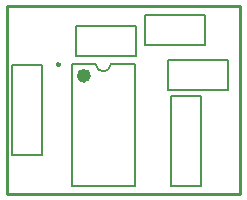
<source format=gto>
%FSAX42Y42*%
%MOMM*%
G71*
G01*
G75*
G04 Layer_Color=65535*
%ADD10C,0.40*%
%ADD11R,1.50X1.50*%
%ADD12C,1.50*%
%ADD13R,1.50X1.50*%
%ADD14C,1.52*%
%ADD15C,0.25*%
%ADD16C,0.60*%
%ADD17C,0.25*%
%ADD18C,0.20*%
D15*
X002731Y012636D02*
X004699D01*
Y011049D02*
Y012636D01*
X002731Y011049D02*
X004699D01*
X002731D02*
Y012636D01*
D16*
X003408Y012048D02*
G03*
X003408Y012048I-000030J000000D01*
G01*
D17*
X003175Y012144D02*
G03*
X003175Y012144I-000012J000000D01*
G01*
D18*
X003480Y012148D02*
G03*
X003607Y012148I000063J000000D01*
G01*
X004089Y011925D02*
Y012179D01*
X004597D01*
Y011925D02*
Y012179D01*
X004089Y011925D02*
X004597D01*
X003315Y012217D02*
Y012471D01*
X003823D01*
Y012217D02*
Y012471D01*
X003315Y012217D02*
X003823D01*
X003899Y012306D02*
Y012560D01*
X004407D01*
Y012306D02*
Y012560D01*
X003899Y012306D02*
X004407D01*
X003278Y011118D02*
X003808D01*
X003607Y012148D02*
X003808D01*
X003278D02*
X003480D01*
X003808Y011118D02*
Y012148D01*
X003278Y011118D02*
Y012148D01*
X003023Y011379D02*
Y012141D01*
X002769D02*
X003023D01*
X002769Y011379D02*
Y012141D01*
Y011379D02*
X003023D01*
X004115Y011112D02*
X004369D01*
X004115D02*
Y011875D01*
X004369D01*
Y011112D02*
Y011875D01*
M02*

</source>
